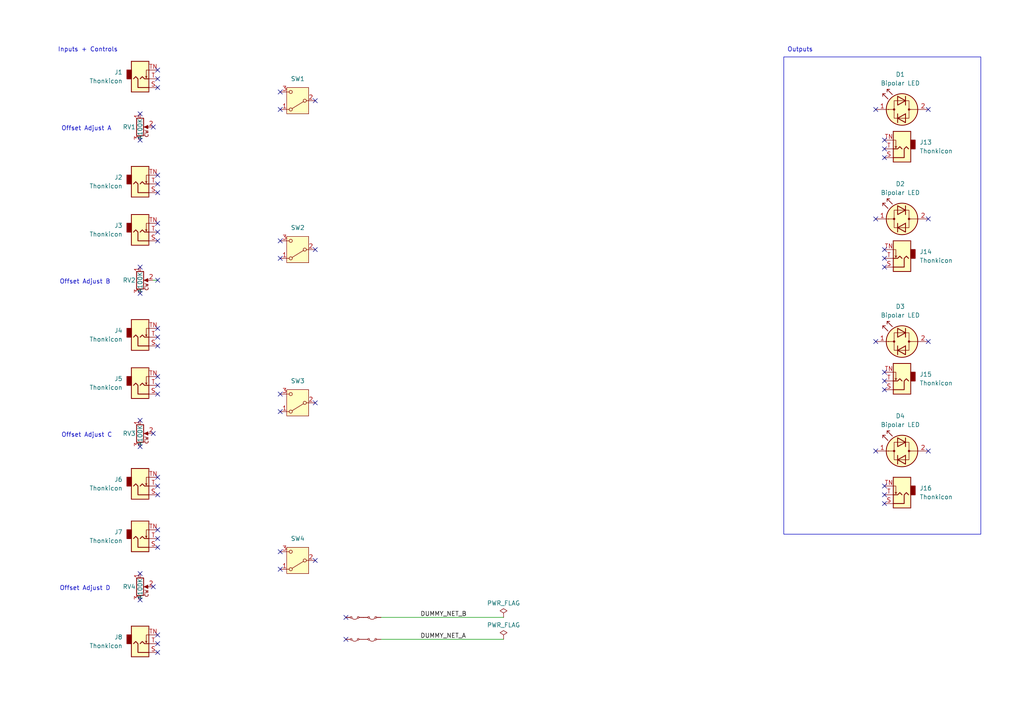
<source format=kicad_sch>
(kicad_sch (version 20250114) (generator "eeschema") (generator_version "9.0")
  (paper "A4")
  (lib_symbols
    (symbol "Eurorack Common:Alpha_Potentiometer" (pin_names (offset 1.016) (hide yes))
      (property "Reference" "RV" (at -1.27 0 0))
      (property "Value" "R" (at 0 0 90))
      (symbol "Alpha_Potentiometer_0_0"
        (text "CW" (at 1.905 -1.905 900) (effects (font (size 1 1))))
      )
      (symbol "Alpha_Potentiometer_0_1"
        (rectangle (start 1.016 2.54) (end -1.016 -2.54) (stroke (width 0.254)))
        (polyline (pts (xy 1.143 0) (xy 2.286 0.508) (xy 2.286 -0.508) (xy 1.143 0)) (fill (type outline)))
        (polyline (pts (xy 2.54 0) (xy 1.524 0)))
      )
      (symbol "Alpha_Potentiometer_1_1"
        (pin passive line (at 0 3.81 270) (length 1.27) (name "1") (number "1"))
        (pin passive line (at 0 -3.81 90) (length 1.27) (name "3") (number "3"))
        (pin passive line (at 3.81 0 180) (length 1.27) (name "2") (number "2"))
      )
    )
    (symbol "Eurorack Common:AudioJack2_SwitchT"
      (property "Reference" "J3" (at 0 -6.35 0))
      (property "Value" "JACK_2P" (at -0.635 4.9729 0))
      (symbol "AudioJack2_SwitchT_0_1"
        (rectangle (start -2.54 0) (end -3.81 -2.54) (stroke (width 0.254)) (fill (type outline)))
        (polyline (pts (xy 0 0) (xy 0.635 -0.635) (xy 1.27 0) (xy 2.54 0)) (stroke (width 0.254)))
        (polyline (pts (xy 1.778 -0.254) (xy 2.032 -0.762)))
        (rectangle (start 2.54 3.81) (end -2.54 -5.08) (stroke (width 0.254)) (fill (type background)))
        (polyline (pts (xy 2.54 2.54) (xy -0.635 2.54) (xy -0.635 0) (xy -1.27 -0.635) (xy -1.905 0)) (stroke (width 0.254)))
        (polyline (pts (xy 2.54 -2.54) (xy 1.778 -2.54) (xy 1.778 -0.254) (xy 1.524 -0.762)))
      )
      (symbol "AudioJack2_SwitchT_1_1"
        (pin passive line (at 5.08 2.54 180) (length 2.54) (name "~") (number "S"))
        (pin passive line (at 5.08 0 180) (length 2.54) (name "~") (number "T"))
        (pin passive line (at 5.08 -2.54 180) (length 2.54) (name "~") (number "TN"))
      )
    )
    (symbol "Eurorack Common:LED_Dual_Bidirectional_3mm" (pin_names (offset 0) (hide yes))
      (property "Reference" "D" (at 0 5.715 0))
      (property "Value" "LED_Dual_Bidirectional_3mm" (at 0 -6.35 0))
      (symbol "LED_Dual_Bidirectional_3mm_0_1"
        (polyline (pts (xy -4.572 0) (xy -2.54 0)))
        (circle (center -2.032 0) (radius 0.254) (fill (type outline)))
        (polyline (pts (xy -2.032 0) (xy -2.54 0)))
        (polyline (pts (xy -1.016 3.81) (xy -1.016 1.27)) (stroke (width 0.254)))
        (polyline (pts (xy -1.016 -1.27) (xy -1.016 -3.81) (xy 1.27 -2.54) (xy -1.016 -1.27)) (stroke (width 0.254)))
        (circle (center 0 0) (radius 4.572) (stroke (width 0.254)) (fill (type background)))
        (polyline (pts (xy 1.27 3.81) (xy 1.27 1.27) (xy -1.016 2.54) (xy 1.27 3.81)) (stroke (width 0.254)))
        (polyline (pts (xy 1.27 -1.27) (xy 1.27 -3.81)) (stroke (width 0.254)))
        (polyline (pts (xy 2.286 2.54) (xy -2.032 2.54) (xy -2.032 -2.54) (xy 2.286 -2.54) (xy 2.286 2.54)))
        (circle (center 2.286 0) (radius 0.254) (fill (type outline)))
        (polyline (pts (xy 2.794 4.318) (xy 4.318 5.842) (xy 3.556 5.842)) (stroke (width 0.2032)))
        (polyline (pts (xy 4.064 3.048) (xy 5.588 4.572) (xy 4.826 4.572)) (stroke (width 0.2032)))
        (polyline (pts (xy 4.064 0) (xy 2.286 0)) (fill (type outline)))
        (polyline (pts (xy 4.318 5.842) (xy 4.318 5.08)) (stroke (width 0.2032)))
        (polyline (pts (xy 5.588 4.572) (xy 5.588 3.81)) (stroke (width 0.2032)))
      )
      (symbol "LED_Dual_Bidirectional_3mm_1_1"
        (pin input line (at -7.62 0 0) (length 3.048) (name "AK") (number "2"))
        (pin input line (at 7.62 0 180) (length 3.81) (name "KA") (number "1"))
      )
    )
    (symbol "Jumper:Jumper_2_Small_Bridged" (pin_numbers (hide yes)) (pin_names (offset 0) (hide yes))
      (property "Reference" "JP" (at 0 2.032 0))
      (property "Value" "Jumper_2_Small_Bridged" (at 0 -2.286 0))
      (symbol "Jumper_2_Small_Bridged_0_0"
        (circle (center -1.016 0) (radius 0.254))
        (circle (center 1.016 0) (radius 0.254))
      )
      (symbol "Jumper_2_Small_Bridged_0_1"
        (arc (start -0.762 0.254) (mid 0 0.5696) (end 0.762 0.254))
      )
      (symbol "Jumper_2_Small_Bridged_1_1"
        (pin passive line (at -2.54 0 0) (length 1.27) (name "A") (number "1"))
        (pin passive line (at 2.54 0 180) (length 1.27) (name "B") (number "2"))
      )
    )
    (symbol "Switch:SW_SPDT" (pin_names (offset 0) (hide yes))
      (property "Reference" "SW" (at 0 5.08 0))
      (property "Value" "SW_SPDT" (at 0 -5.08 0))
      (symbol "SW_SPDT_0_1"
        (circle (center -2.032 0) (radius 0.4572))
        (polyline (pts (xy -1.651 0.254) (xy 1.651 2.286)))
        (circle (center 2.032 2.54) (radius 0.4572))
        (circle (center 2.032 -2.54) (radius 0.4572))
      )
      (symbol "SW_SPDT_1_1"
        (rectangle (start -3.175 3.81) (end 3.175 -3.81) (fill (type background)))
        (pin passive line (at -5.08 0 0) (length 2.54) (name "B") (number "2"))
        (pin passive line (at 5.08 2.54 180) (length 2.54) (name "A") (number "1"))
        (pin passive line (at 5.08 -2.54 180) (length 2.54) (name "C") (number "3"))
      )
    )
    (symbol "power:PWR_FLAG" (power) (pin_numbers (hide yes)) (pin_names (offset 0) (hide yes))
      (property "Value" "PWR_FLAG" (at 0 3.81 0))
      (symbol "PWR_FLAG_0_0"
        (pin power_out line (at 0 0 90) (length 0) (name "~") (number "1"))
      )
      (symbol "PWR_FLAG_0_1"
        (polyline (pts (xy 0 0) (xy 0 1.27) (xy -1.016 1.905) (xy 0 2.54) (xy 1.016 1.905) (xy 0 1.27)))
      )
    )
  )
  (rectangle (start 227.33 16.51) (end 284.48 154.94))
  (text "Offset Adjust D" (at 17.272 171.45 0) (effects (font (size 1.27 1.27)) (justify left bottom)))
  (text "Inputs + Controls" (at 16.764 14.478 0) (effects (font (size 1.27 1.27)) (justify left)))
  (text "Offset Adjust A" (at 17.78 38.1 0) (effects (font (size 1.27 1.27)) (justify left bottom)))
  (text "Offset Adjust C" (at 17.78 127 0) (effects (font (size 1.27 1.27)) (justify left bottom)))
  (text "Offset Adjust B" (at 17.272 82.55 0) (effects (font (size 1.27 1.27)) (justify left bottom)))
  (text "Outputs" (at 228.346 14.478 0) (effects (font (size 1.27 1.27)) (justify left)))
  (no_connect (at 81.28 26.67))
  (no_connect (at 81.28 31.75))
  (no_connect (at 256.54 72.39))
  (no_connect (at 44.45 125.73))
  (no_connect (at 100.33 179.07))
  (no_connect (at 45.72 153.67))
  (no_connect (at 45.72 138.43))
  (no_connect (at 256.54 107.95))
  (no_connect (at 256.54 43.18))
  (no_connect (at 256.54 146.05))
  (no_connect (at 81.28 165.1))
  (no_connect (at 44.45 36.83))
  (no_connect (at 254 130.81))
  (no_connect (at 91.44 162.56))
  (no_connect (at 91.44 72.39))
  (no_connect (at 45.72 114.3))
  (no_connect (at 269.24 99.06))
  (no_connect (at 45.72 186.69))
  (no_connect (at 40.64 77.47))
  (no_connect (at 81.28 119.38))
  (no_connect (at 45.72 67.31))
  (no_connect (at 45.72 22.86))
  (no_connect (at 256.54 77.47))
  (no_connect (at 45.72 50.8))
  (no_connect (at 45.72 140.97))
  (no_connect (at 45.72 189.23))
  (no_connect (at 40.64 129.54))
  (no_connect (at 269.24 130.81))
  (no_connect (at 256.54 140.97))
  (no_connect (at 45.72 111.76))
  (no_connect (at 40.64 33.02))
  (no_connect (at 40.64 173.99))
  (no_connect (at 45.72 95.25))
  (no_connect (at 45.72 109.22))
  (no_connect (at 44.45 170.18))
  (no_connect (at 45.72 143.51))
  (no_connect (at 45.72 100.33))
  (no_connect (at 45.72 64.77))
  (no_connect (at 254 63.5))
  (no_connect (at 40.64 85.09))
  (no_connect (at 256.54 113.03))
  (no_connect (at 81.28 160.02))
  (no_connect (at 254 99.06))
  (no_connect (at 45.72 53.34))
  (no_connect (at 45.72 25.4))
  (no_connect (at 256.54 74.93))
  (no_connect (at 40.64 40.64))
  (no_connect (at 100.33 185.42))
  (no_connect (at 45.72 81.28))
  (no_connect (at 91.44 29.21))
  (no_connect (at 91.44 116.84))
  (no_connect (at 40.64 166.37))
  (no_connect (at 45.72 97.79))
  (no_connect (at 256.54 143.51))
  (no_connect (at 45.72 55.88))
  (no_connect (at 256.54 45.72))
  (no_connect (at 269.24 63.5))
  (no_connect (at 81.28 74.93))
  (no_connect (at 256.54 40.64))
  (no_connect (at 269.24 31.75))
  (no_connect (at 40.64 121.92))
  (no_connect (at 45.72 158.75))
  (no_connect (at 81.28 69.85))
  (no_connect (at 81.28 114.3))
  (no_connect (at 45.72 69.85))
  (no_connect (at 45.72 184.15))
  (no_connect (at 256.54 110.49))
  (no_connect (at 254 31.75))
  (no_connect (at 45.72 156.21))
  (no_connect (at 45.72 20.32))
  (wire (pts (xy 44.45 81.28) (xy 45.72 81.28)))
  (wire (pts (xy 110.49 185.42) (xy 146.05 185.42)))
  (wire (pts (xy 110.49 179.07) (xy 146.05 179.07)))
  (label "DUMMY_NET_A" (at 121.92 185.42 0))
  (label "DUMMY_NET_B" (at 121.92 179.07 0))
  (symbol (lib_id "Eurorack Common:AudioJack2_SwitchT") (at 261.62 43.18 180) (unit 1)
    (property "Reference" "J13" (at 266.7 41.2749 0) (effects (justify right)))
    (property "Value" "Thonkicon" (at 266.7 43.8149 0) (effects (justify right)))
    (property "Footprint" "Eurorack Common:Thonkicon_FP" (effects (hide yes)))
  )
  (symbol (lib_id "Eurorack Common:AudioJack2_SwitchT") (at 40.64 111.76 0) (mirror x) (unit 1)
    (property "Reference" "J5" (at 35.56 109.8549 0) (effects (justify right)))
    (property "Value" "Thonkicon" (at 35.56 112.3949 0) (effects (justify right)))
    (property "Footprint" "Eurorack Common:Thonkicon_FP" (effects (hide yes)))
  )
  (symbol (lib_id "Jumper:Jumper_2_Small_Bridged") (at 102.87 185.42 180) (unit 1)
    (property "Reference" "JP3" (effects (hide yes)))
    (property "Value" "Jumper_2_Small_Bridged" (effects (hide yes)))
    (property "Footprint" "Jumper:SolderJumper-2_P1.3mm_Open_TrianglePad1.0x1.5mm" (effects (hide yes)))
    (property "Description" "Jumper, 2-pole, small symbol, bridged" (effects (hide yes)))
  )
  (symbol (lib_id "Eurorack Common:LED_Dual_Bidirectional_3mm") (at 261.62 31.75 0) (mirror y) (unit 1)
    (property "Reference" "D1" (at 261.1247 21.59 0))
    (property "Value" "Bipolar LED" (at 261.1247 24.13 0))
    (property "Footprint" "Eurorack Common:LED_D3.0mm_FP" (effects (hide yes)))
    (property "Description" "Dual LED, bidirectional" (effects (hide yes)))
  )
  (symbol (lib_id "Eurorack Common:LED_Dual_Bidirectional_3mm") (at 261.62 63.5 0) (mirror y) (unit 1)
    (property "Reference" "D2" (at 261.1247 53.34 0))
    (property "Value" "Bipolar LED" (at 261.1247 55.88 0))
    (property "Footprint" "Eurorack Common:LED_D3.0mm_FP" (effects (hide yes)))
    (property "Description" "Dual LED, bidirectional" (effects (hide yes)))
  )
  (symbol (lib_id "Eurorack Common:AudioJack2_SwitchT") (at 40.64 67.31 0) (mirror x) (unit 1)
    (property "Reference" "J3" (at 35.56 65.4049 0) (effects (justify right)))
    (property "Value" "Thonkicon" (at 35.56 67.9449 0) (effects (justify right)))
    (property "Footprint" "Eurorack Common:Thonkicon_FP" (effects (hide yes)))
  )
  (symbol (lib_id "Jumper:Jumper_2_Small_Bridged") (at 107.95 179.07 180) (unit 1)
    (property "Reference" "JP2" (effects (hide yes)))
    (property "Value" "Jumper_2_Small_Bridged" (effects (hide yes)))
    (property "Footprint" "Jumper:SolderJumper-2_P1.3mm_Open_TrianglePad1.0x1.5mm" (effects (hide yes)))
    (property "Description" "Jumper, 2-pole, small symbol, bridged" (effects (hide yes)))
  )
  (symbol (lib_id "Eurorack Common:LED_Dual_Bidirectional_3mm") (at 261.62 99.06 0) (mirror y) (unit 1)
    (property "Reference" "D3" (at 261.1247 88.9 0))
    (property "Value" "Bipolar LED" (at 261.1247 91.44 0))
    (property "Footprint" "Eurorack Common:LED_D3.0mm_FP" (effects (hide yes)))
    (property "Description" "Dual LED, bidirectional" (effects (hide yes)))
  )
  (symbol (lib_id "Eurorack Common:AudioJack2_SwitchT") (at 40.64 97.79 0) (mirror x) (unit 1)
    (property "Reference" "J4" (at 35.56 95.8849 0) (effects (justify right)))
    (property "Value" "Thonkicon" (at 35.56 98.4249 0) (effects (justify right)))
    (property "Footprint" "Eurorack Common:Thonkicon_FP" (effects (hide yes)))
  )
  (symbol (lib_id "power:PWR_FLAG") (at 146.05 185.42 0) (unit 1)
    (property "Reference" "#FLG02" (effects (hide yes)))
    (property "Value" "PWR_FLAG" (at 146.05 181.2869 0))
    (property "Description" "Special symbol for telling ERC where power comes from" (effects (hide yes)))
  )
  (symbol (lib_id "Eurorack Common:AudioJack2_SwitchT") (at 261.62 74.93 180) (unit 1)
    (property "Reference" "J14" (at 266.7 73.0249 0) (effects (justify right)))
    (property "Value" "Thonkicon" (at 266.7 75.5649 0) (effects (justify right)))
    (property "Footprint" "Eurorack Common:Thonkicon_FP" (effects (hide yes)))
  )
  (symbol (lib_id "Eurorack Common:AudioJack2_SwitchT") (at 261.62 143.51 180) (unit 1)
    (property "Reference" "J16" (at 266.7 141.6049 0) (effects (justify right)))
    (property "Value" "Thonkicon" (at 266.7 144.1449 0) (effects (justify right)))
    (property "Footprint" "Eurorack Common:Thonkicon_FP" (effects (hide yes)))
  )
  (symbol (lib_id "Eurorack Common:AudioJack2_SwitchT") (at 40.64 140.97 0) (mirror x) (unit 1)
    (property "Reference" "J6" (at 35.56 139.0649 0) (effects (justify right)))
    (property "Value" "Thonkicon" (at 35.56 141.6049 0) (effects (justify right)))
    (property "Footprint" "Eurorack Common:Thonkicon_FP" (effects (hide yes)))
  )
  (symbol (lib_id "Eurorack Common:AudioJack2_SwitchT") (at 261.62 110.49 180) (unit 1)
    (property "Reference" "J15" (at 266.7 108.5849 0) (effects (justify right)))
    (property "Value" "Thonkicon" (at 266.7 111.1249 0) (effects (justify right)))
    (property "Footprint" "Eurorack Common:Thonkicon_FP" (effects (hide yes)))
  )
  (symbol (lib_id "Eurorack Common:AudioJack2_SwitchT") (at 40.64 53.34 0) (mirror x) (unit 1)
    (property "Reference" "J2" (at 35.56 51.4349 0) (effects (justify right)))
    (property "Value" "Thonkicon" (at 35.56 53.9749 0) (effects (justify right)))
    (property "Footprint" "Eurorack Common:Thonkicon_FP" (effects (hide yes)))
  )
  (symbol (lib_id "Jumper:Jumper_2_Small_Bridged") (at 107.95 185.42 180) (unit 1)
    (property "Reference" "JP1" (effects (hide yes)))
    (property "Value" "Jumper_2_Small_Bridged" (effects (hide yes)))
    (property "Footprint" "Jumper:SolderJumper-2_P1.3mm_Open_TrianglePad1.0x1.5mm" (effects (hide yes)))
    (property "Description" "Jumper, 2-pole, small symbol, bridged" (effects (hide yes)))
  )
  (symbol (lib_id "Eurorack Common:LED_Dual_Bidirectional_3mm") (at 261.62 130.81 0) (mirror y) (unit 1)
    (property "Reference" "D4" (at 261.1247 120.65 0))
    (property "Value" "Bipolar LED" (at 261.1247 123.19 0))
    (property "Footprint" "Eurorack Common:LED_D3.0mm_FP" (effects (hide yes)))
    (property "Description" "Dual LED, bidirectional" (effects (hide yes)))
  )
  (symbol (lib_id "Eurorack Common:Alpha_Potentiometer") (at 40.64 81.28 0) (unit 1)
    (property "Reference" "RV2" (at 39.37 81.28 0) (effects (justify right)))
    (property "Value" "A100K" (at 40.64 78.74 90) (effects (justify right)))
    (property "Footprint" "Eurorack Common:Alpha Potentiometer_FP" (effects (hide yes)))
  )
  (symbol (lib_id "Eurorack Common:AudioJack2_SwitchT") (at 40.64 186.69 0) (mirror x) (unit 1)
    (property "Reference" "J8" (at 35.56 184.7849 0) (effects (justify right)))
    (property "Value" "Thonkicon" (at 35.56 187.3249 0) (effects (justify right)))
    (property "Footprint" "Eurorack Common:Thonkicon_FP" (effects (hide yes)))
  )
  (symbol (lib_id "Jumper:Jumper_2_Small_Bridged") (at 102.87 179.07 180) (unit 1)
    (property "Reference" "JP4" (effects (hide yes)))
    (property "Value" "Jumper_2_Small_Bridged" (effects (hide yes)))
    (property "Footprint" "Jumper:SolderJumper-2_P1.3mm_Open_TrianglePad1.0x1.5mm" (effects (hide yes)))
    (property "Description" "Jumper, 2-pole, small symbol, bridged" (effects (hide yes)))
  )
  (symbol (lib_id "Switch:SW_SPDT") (at 86.36 29.21 180) (unit 1)
    (property "Reference" "SW1" (at 86.36 22.86 0))
    (property "Value" "Subminiture SPDT" (effects (hide yes)))
    (property "Footprint" "Eurorack Common:Sub-Miniature SPDT_FP" (effects (hide yes)))
    (property "Description" "Switch, single pole double throw" (effects (hide yes)))
  )
  (symbol (lib_id "Eurorack Common:Alpha_Potentiometer") (at 40.64 170.18 0) (unit 1)
    (property "Reference" "RV4" (at 39.37 170.18 0) (effects (justify right)))
    (property "Value" "A100K" (at 40.64 167.64 90) (effects (justify right)))
    (property "Footprint" "Eurorack Common:Alpha Potentiometer_FP" (effects (hide yes)))
  )
  (symbol (lib_id "Eurorack Common:Alpha_Potentiometer") (at 40.64 36.83 0) (unit 1)
    (property "Reference" "RV1" (at 39.37 36.83 0) (effects (justify right)))
    (property "Value" "A100K" (at 40.64 34.29 90) (effects (justify right)))
    (property "Footprint" "Eurorack Common:Alpha Potentiometer_FP" (effects (hide yes)))
  )
  (symbol (lib_id "Switch:SW_SPDT") (at 86.36 162.56 180) (unit 1)
    (property "Reference" "SW4" (at 86.36 156.21 0))
    (property "Value" "Subminiture SPDT" (effects (hide yes)))
    (property "Footprint" "Eurorack Common:Sub-Miniature SPDT_FP" (effects (hide yes)))
    (property "Description" "Switch, single pole double throw" (effects (hide yes)))
  )
  (symbol (lib_id "Switch:SW_SPDT") (at 86.36 72.39 180) (unit 1)
    (property "Reference" "SW2" (at 86.36 66.04 0))
    (property "Value" "Subminiture SPDT" (effects (hide yes)))
    (property "Footprint" "Eurorack Common:Sub-Miniature SPDT_FP" (effects (hide yes)))
    (property "Description" "Switch, single pole double throw" (effects (hide yes)))
  )
  (symbol (lib_id "power:PWR_FLAG") (at 146.05 179.07 0) (unit 1)
    (property "Reference" "#FLG01" (effects (hide yes)))
    (property "Value" "PWR_FLAG" (at 146.05 174.9369 0))
    (property "Description" "Special symbol for telling ERC where power comes from" (effects (hide yes)))
  )
  (symbol (lib_id "Eurorack Common:AudioJack2_SwitchT") (at 40.64 156.21 0) (mirror x) (unit 1)
    (property "Reference" "J7" (at 35.56 154.3049 0) (effects (justify right)))
    (property "Value" "Thonkicon" (at 35.56 156.8449 0) (effects (justify right)))
    (property "Footprint" "Eurorack Common:Thonkicon_FP" (effects (hide yes)))
  )
  (symbol (lib_id "Eurorack Common:Alpha_Potentiometer") (at 40.64 125.73 0) (unit 1)
    (property "Reference" "RV3" (at 39.37 125.73 0) (effects (justify right)))
    (property "Value" "A100K" (at 40.64 123.19 90) (effects (justify right)))
    (property "Footprint" "Eurorack Common:Alpha Potentiometer_FP" (effects (hide yes)))
  )
  (symbol (lib_id "Switch:SW_SPDT") (at 86.36 116.84 180) (unit 1)
    (property "Reference" "SW3" (at 86.36 110.49 0))
    (property "Value" "Subminiture SPDT" (effects (hide yes)))
    (property "Footprint" "Eurorack Common:Sub-Miniature SPDT_FP" (effects (hide yes)))
    (property "Description" "Switch, single pole double throw" (effects (hide yes)))
  )
  (symbol (lib_id "Eurorack Common:AudioJack2_SwitchT") (at 40.64 22.86 0) (mirror x) (unit 1)
    (property "Reference" "J1" (at 35.56 20.9549 0) (effects (justify right)))
    (property "Value" "Thonkicon" (at 35.56 23.4949 0) (effects (justify right)))
    (property "Footprint" "Eurorack Common:Thonkicon_FP" (effects (hide yes)))
  )
)
</source>
